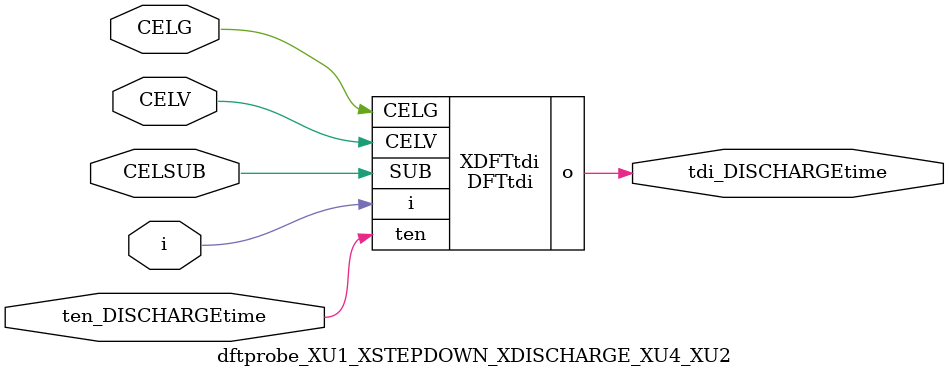
<source format=v>


module DFTtdi ( o, CELV, SUB, i, ten, CELG );

  input CELV;
  input ten;
  input i;
  output o;
  input CELG;
  input SUB;
endmodule


module dftprobe_XU1_XSTEPDOWN_XDISCHARGE_XU4_XU2 (i,tdi_DISCHARGEtime,ten_DISCHARGEtime,CELG,CELSUB,CELV);
input  i;
output  tdi_DISCHARGEtime;
input  ten_DISCHARGEtime;
input  CELG;
input  CELSUB;
input  CELV;

DFTtdi XDFTtdi(
  .i (i),
  .o (tdi_DISCHARGEtime),
  .ten (ten_DISCHARGEtime),
  .CELG (CELG),
  .SUB (CELSUB),
  .CELV (CELV)
);

endmodule


</source>
